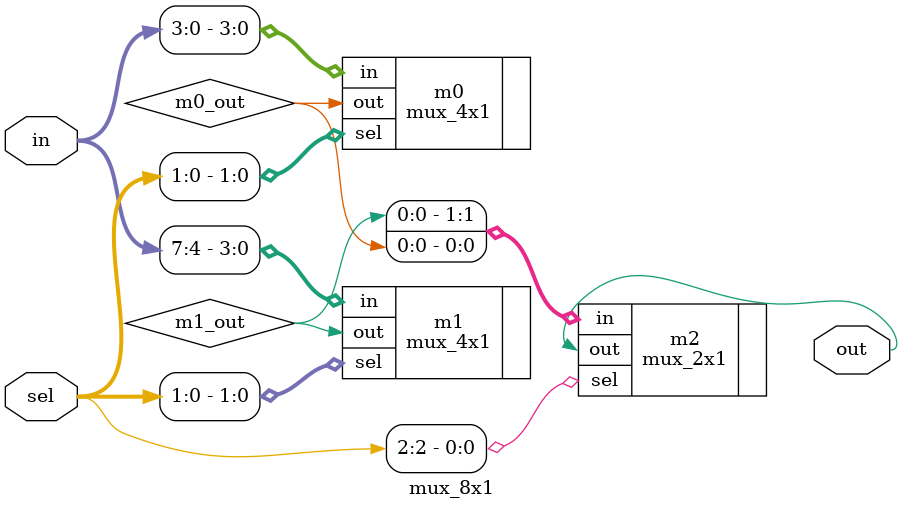
<source format=sv>
module mux_8x1(in, out, sel);

    input logic [7:0] in;
    input logic [2:0] sel;
    output logic out;

    logic m0_out, m1_out;

    // intermediate muxes
    mux_4x1 m0 (.in(in[3:0]), .sel(sel[1:0]), .out(m0_out));
    mux_4x1 m1 (.in(in[7:4]), .sel(sel[1:0]), .out(m1_out));

    // final 2:1 mux
    mux_2x1 m2 (.in({m1_out, m0_out}), .sel(sel[2]), .out(out));

endmodule

</source>
